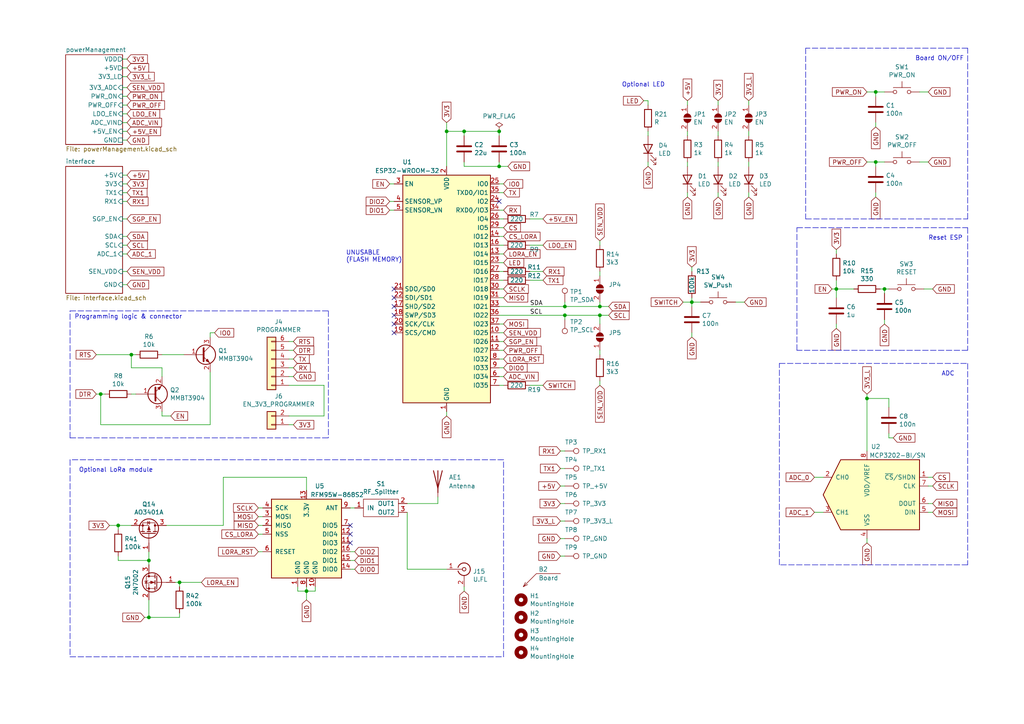
<source format=kicad_sch>
(kicad_sch (version 20211123) (generator eeschema)
  (paper "A4")
  (title_block (title "mainBoard") (date "2022-05-09") (rev "v1.1"))
  (junction (at 163.83 91.44))
  (junction (at 88.9 171.45))
  (junction (at 43.18 179.07))
  (junction (at 144.78 48.26))
  (junction (at 29.21 114.3))
  (junction (at 34.29 152.4))
  (junction (at 173.99 91.44))
  (junction (at 134.62 38.1))
  (junction (at 129.54 38.1))
  (junction (at 144.78 38.1))
  (junction (at 242.57 83.82))
  (junction (at 38.1 102.87))
  (junction (at 43.18 162.56))
  (junction (at 163.83 88.9))
  (junction (at 200.66 87.63))
  (junction (at 254 46.99))
  (junction (at 173.99 88.9))
  (junction (at 256.54 83.82))
  (junction (at 52.07 168.91))
  (junction (at 254 26.67))
  (junction (at 251.46 115.57))
  (no_connect (at 101.6 157.48))
  (no_connect (at 114.3 91.44))
  (no_connect (at 114.3 83.82))
  (no_connect (at 114.3 88.9))
  (no_connect (at 114.3 93.98))
  (no_connect (at 144.78 58.42))
  (no_connect (at 101.6 152.4))
  (no_connect (at 114.3 96.52))
  (no_connect (at 101.6 154.94))
  (no_connect (at 114.3 86.36))
  (polyline (pts (xy 20.32 190.5) (xy 146.05 190.5)))
  (wire (pts (xy 129.54 38.1) (xy 129.54 48.26)))
  (wire (pts (xy 118.11 146.05) (xy 127 146.05)))
  (polyline (pts (xy 226.06 105.41) (xy 280.67 105.41)))
  (wire (pts (xy 200.66 86.36) (xy 200.66 87.63)))
  (wire (pts (xy 36.83 68.58) (xy 35.56 68.58)))
  (wire (pts (xy 199.39 38.1) (xy 199.39 39.37)))
  (wire (pts (xy 34.29 152.4) (xy 38.1 152.4)))
  (wire (pts (xy 64.77 152.4) (xy 64.77 138.43)))
  (wire (pts (xy 270.51 140.97) (xy 269.24 140.97)))
  (wire (pts (xy 88.9 171.45) (xy 88.9 170.18)))
  (wire (pts (xy 144.78 111.76) (xy 146.05 111.76)))
  (wire (pts (xy 41.91 179.07) (xy 43.18 179.07)))
  (wire (pts (xy 60.96 107.95) (xy 60.96 123.19)))
  (wire (pts (xy 134.62 38.1) (xy 144.78 38.1)))
  (wire (pts (xy 257.81 115.57) (xy 257.81 118.11)))
  (wire (pts (xy 144.78 109.22) (xy 146.05 109.22)))
  (wire (pts (xy 187.96 38.1) (xy 187.96 39.37)))
  (wire (pts (xy 251.46 115.57) (xy 257.81 115.57)))
  (wire (pts (xy 83.82 99.06) (xy 85.09 99.06)))
  (wire (pts (xy 242.57 83.82) (xy 242.57 81.28)))
  (wire (pts (xy 217.17 38.1) (xy 217.17 39.37)))
  (wire (pts (xy 36.83 71.12) (xy 35.56 71.12)))
  (wire (pts (xy 217.17 29.21) (xy 217.17 30.48)))
  (wire (pts (xy 146.05 66.04) (xy 144.78 66.04)))
  (wire (pts (xy 39.37 102.87) (xy 38.1 102.87)))
  (wire (pts (xy 46.99 106.68) (xy 46.99 109.22)))
  (wire (pts (xy 270.51 148.59) (xy 269.24 148.59)))
  (wire (pts (xy 29.21 114.3) (xy 30.48 114.3)))
  (wire (pts (xy 173.99 69.85) (xy 173.99 71.12)))
  (wire (pts (xy 251.46 26.67) (xy 254 26.67)))
  (wire (pts (xy 43.18 173.99) (xy 43.18 179.07)))
  (wire (pts (xy 38.1 102.87) (xy 27.94 102.87)))
  (wire (pts (xy 34.29 161.29) (xy 34.29 162.56)))
  (wire (pts (xy 238.76 148.59) (xy 236.22 148.59)))
  (wire (pts (xy 114.3 53.34) (xy 113.03 53.34)))
  (wire (pts (xy 257.81 127) (xy 259.08 127)))
  (wire (pts (xy 36.83 58.42) (xy 35.56 58.42)))
  (wire (pts (xy 163.83 88.9) (xy 163.83 87.63)))
  (wire (pts (xy 163.83 156.21) (xy 162.56 156.21)))
  (wire (pts (xy 254 26.67) (xy 256.54 26.67)))
  (wire (pts (xy 200.66 97.79) (xy 200.66 96.52)))
  (wire (pts (xy 144.78 106.68) (xy 146.05 106.68)))
  (wire (pts (xy 118.11 148.59) (xy 118.11 165.1)))
  (wire (pts (xy 173.99 111.76) (xy 173.99 110.49)))
  (wire (pts (xy 34.29 152.4) (xy 34.29 153.67)))
  (wire (pts (xy 144.78 104.14) (xy 146.05 104.14)))
  (wire (pts (xy 35.56 63.5) (xy 36.83 63.5)))
  (wire (pts (xy 35.56 19.685) (xy 36.83 19.685)))
  (wire (pts (xy 88.9 171.45) (xy 91.44 171.45)))
  (wire (pts (xy 46.99 119.38) (xy 46.99 120.65)))
  (polyline (pts (xy 233.68 13.97) (xy 233.68 63.5)))
  (wire (pts (xy 114.3 60.96) (xy 113.03 60.96)))
  (wire (pts (xy 251.46 46.99) (xy 254 46.99)))
  (wire (pts (xy 144.78 38.1) (xy 144.78 39.37)))
  (wire (pts (xy 254 48.26) (xy 254 46.99)))
  (wire (pts (xy 173.99 91.44) (xy 173.99 93.98)))
  (wire (pts (xy 38.1 114.3) (xy 39.37 114.3)))
  (wire (pts (xy 86.36 170.18) (xy 86.36 171.45)))
  (polyline (pts (xy 280.67 66.04) (xy 280.67 101.6)))
  (polyline (pts (xy 280.67 105.41) (xy 280.67 163.83)))
  (wire (pts (xy 144.78 68.58) (xy 146.05 68.58)))
  (polyline (pts (xy 233.68 63.5) (xy 280.67 63.5)))
  (wire (pts (xy 144.78 91.44) (xy 163.83 91.44)))
  (wire (pts (xy 52.07 168.91) (xy 58.42 168.91)))
  (wire (pts (xy 144.78 63.5) (xy 146.05 63.5)))
  (wire (pts (xy 46.99 120.65) (xy 49.53 120.65)))
  (wire (pts (xy 102.87 162.56) (xy 101.6 162.56)))
  (wire (pts (xy 43.18 162.56) (xy 43.18 163.83)))
  (wire (pts (xy 38.1 102.87) (xy 38.1 106.68)))
  (wire (pts (xy 217.17 55.88) (xy 217.17 57.15)))
  (wire (pts (xy 208.28 29.21) (xy 208.28 30.48)))
  (wire (pts (xy 83.82 109.22) (xy 85.09 109.22)))
  (wire (pts (xy 163.83 130.81) (xy 162.56 130.81)))
  (wire (pts (xy 134.62 46.99) (xy 134.62 48.26)))
  (wire (pts (xy 144.78 99.06) (xy 146.05 99.06)))
  (wire (pts (xy 153.67 71.12) (xy 157.48 71.12)))
  (wire (pts (xy 200.66 87.63) (xy 203.2 87.63)))
  (polyline (pts (xy 280.67 63.5) (xy 280.67 13.97)))
  (wire (pts (xy 35.56 35.56) (xy 36.83 35.56)))
  (wire (pts (xy 254 57.15) (xy 254 55.88)))
  (polyline (pts (xy 226.06 163.83) (xy 226.06 105.41)))
  (wire (pts (xy 29.21 114.3) (xy 27.94 114.3)))
  (wire (pts (xy 91.44 171.45) (xy 91.44 170.18)))
  (wire (pts (xy 146.05 86.36) (xy 144.78 86.36)))
  (wire (pts (xy 187.96 30.48) (xy 187.96 29.21)))
  (wire (pts (xy 199.39 57.15) (xy 199.39 55.88)))
  (polyline (pts (xy 280.67 163.83) (xy 226.06 163.83)))
  (wire (pts (xy 254 46.99) (xy 256.54 46.99)))
  (wire (pts (xy 127 146.05) (xy 127 144.145)))
  (wire (pts (xy 86.36 171.45) (xy 88.9 171.45)))
  (wire (pts (xy 74.93 147.32) (xy 76.2 147.32)))
  (wire (pts (xy 163.83 88.9) (xy 173.99 88.9)))
  (wire (pts (xy 36.83 40.64) (xy 35.56 40.64)))
  (wire (pts (xy 93.98 111.76) (xy 83.82 111.76)))
  (wire (pts (xy 266.7 26.67) (xy 269.24 26.67)))
  (wire (pts (xy 144.78 88.9) (xy 163.83 88.9)))
  (wire (pts (xy 36.83 82.55) (xy 35.56 82.55)))
  (wire (pts (xy 129.54 38.1) (xy 134.62 38.1)))
  (polyline (pts (xy 146.05 133.35) (xy 20.32 133.35)))
  (wire (pts (xy 163.83 91.44) (xy 173.99 91.44)))
  (wire (pts (xy 254 27.94) (xy 254 26.67)))
  (wire (pts (xy 153.67 78.74) (xy 157.48 78.74)))
  (wire (pts (xy 144.78 83.82) (xy 146.05 83.82)))
  (wire (pts (xy 163.83 146.05) (xy 162.56 146.05)))
  (wire (pts (xy 76.2 149.86) (xy 74.93 149.86)))
  (wire (pts (xy 146.05 55.88) (xy 144.78 55.88)))
  (wire (pts (xy 101.6 147.32) (xy 102.87 147.32)))
  (wire (pts (xy 144.78 78.74) (xy 146.05 78.74)))
  (wire (pts (xy 257.81 125.73) (xy 257.81 127)))
  (wire (pts (xy 242.57 83.82) (xy 247.65 83.82)))
  (wire (pts (xy 36.83 53.34) (xy 35.56 53.34)))
  (wire (pts (xy 187.96 48.26) (xy 187.96 46.99)))
  (polyline (pts (xy 231.14 101.6) (xy 231.14 66.04)))
  (wire (pts (xy 242.57 95.25) (xy 242.57 93.98)))
  (wire (pts (xy 144.78 53.34) (xy 146.05 53.34)))
  (wire (pts (xy 144.78 71.12) (xy 146.05 71.12)))
  (wire (pts (xy 101.6 165.1) (xy 102.87 165.1)))
  (wire (pts (xy 60.96 96.52) (xy 62.23 96.52)))
  (wire (pts (xy 144.78 73.66) (xy 146.05 73.66)))
  (wire (pts (xy 144.78 46.99) (xy 144.78 48.26)))
  (polyline (pts (xy 20.32 127) (xy 95.25 127)))
  (wire (pts (xy 35.56 50.8) (xy 36.83 50.8)))
  (polyline (pts (xy 20.32 90.17) (xy 95.25 90.17)))
  (wire (pts (xy 173.99 78.74) (xy 173.99 80.01)))
  (wire (pts (xy 200.66 88.9) (xy 200.66 87.63)))
  (wire (pts (xy 200.66 77.47) (xy 200.66 78.74)))
  (wire (pts (xy 52.07 179.07) (xy 52.07 177.8)))
  (wire (pts (xy 134.62 38.1) (xy 134.62 39.37)))
  (polyline (pts (xy 95.25 90.17) (xy 95.25 127)))
  (wire (pts (xy 93.98 120.65) (xy 93.98 111.76)))
  (wire (pts (xy 34.29 152.4) (xy 31.75 152.4)))
  (wire (pts (xy 34.29 162.56) (xy 43.18 162.56)))
  (wire (pts (xy 36.83 55.88) (xy 35.56 55.88)))
  (wire (pts (xy 163.83 91.44) (xy 163.83 92.71)))
  (wire (pts (xy 269.24 46.99) (xy 266.7 46.99)))
  (wire (pts (xy 251.46 157.48) (xy 251.46 156.21)))
  (wire (pts (xy 255.27 83.82) (xy 256.54 83.82)))
  (wire (pts (xy 38.1 106.68) (xy 46.99 106.68)))
  (wire (pts (xy 256.54 85.09) (xy 256.54 83.82)))
  (wire (pts (xy 50.8 168.91) (xy 52.07 168.91)))
  (wire (pts (xy 74.93 152.4) (xy 76.2 152.4)))
  (polyline (pts (xy 280.67 13.97) (xy 233.68 13.97)))
  (wire (pts (xy 199.39 46.99) (xy 199.39 48.26)))
  (wire (pts (xy 35.56 38.1) (xy 36.83 38.1)))
  (wire (pts (xy 173.99 88.9) (xy 173.99 87.63)))
  (wire (pts (xy 269.24 138.43) (xy 270.51 138.43)))
  (wire (pts (xy 134.62 171.45) (xy 134.62 170.18)))
  (wire (pts (xy 144.78 76.2) (xy 146.05 76.2)))
  (polyline (pts (xy 20.32 133.35) (xy 20.32 190.5)))
  (wire (pts (xy 162.56 161.29) (xy 163.83 161.29)))
  (wire (pts (xy 83.82 120.65) (xy 93.98 120.65)))
  (polyline (pts (xy 146.05 190.5) (xy 146.05 133.35)))
  (wire (pts (xy 162.56 151.13) (xy 163.83 151.13)))
  (polyline (pts (xy 280.67 101.6) (xy 231.14 101.6)))
  (wire (pts (xy 144.78 60.96) (xy 146.05 60.96)))
  (wire (pts (xy 48.26 152.4) (xy 64.77 152.4)))
  (wire (pts (xy 199.39 29.21) (xy 199.39 30.48)))
  (wire (pts (xy 76.2 160.02) (xy 74.93 160.02)))
  (wire (pts (xy 162.56 140.97) (xy 163.83 140.97)))
  (wire (pts (xy 43.18 160.02) (xy 43.18 162.56)))
  (wire (pts (xy 29.21 123.19) (xy 29.21 114.3)))
  (wire (pts (xy 88.9 138.43) (xy 88.9 142.24)))
  (wire (pts (xy 153.67 81.28) (xy 157.48 81.28)))
  (wire (pts (xy 208.28 38.1) (xy 208.28 39.37)))
  (wire (pts (xy 173.99 91.44) (xy 176.53 91.44)))
  (wire (pts (xy 129.54 35.56) (xy 129.54 38.1)))
  (wire (pts (xy 52.07 168.91) (xy 52.07 170.18)))
  (wire (pts (xy 46.99 102.87) (xy 53.34 102.87)))
  (wire (pts (xy 269.24 146.05) (xy 270.51 146.05)))
  (wire (pts (xy 129.54 120.65) (xy 129.54 119.38)))
  (wire (pts (xy 153.67 63.5) (xy 157.48 63.5)))
  (wire (pts (xy 238.76 138.43) (xy 236.22 138.43)))
  (polyline (pts (xy 231.14 66.04) (xy 280.67 66.04)))
  (wire (pts (xy 101.6 160.02) (xy 102.87 160.02)))
  (wire (pts (xy 198.12 87.63) (xy 200.66 87.63)))
  (wire (pts (xy 187.96 29.21) (xy 186.69 29.21)))
  (wire (pts (xy 270.51 83.82) (xy 267.97 83.82)))
  (wire (pts (xy 144.78 96.52) (xy 146.05 96.52)))
  (wire (pts (xy 36.83 27.94) (xy 35.56 27.94)))
  (wire (pts (xy 163.83 135.89) (xy 162.56 135.89)))
  (wire (pts (xy 242.57 72.39) (xy 242.57 73.66)))
  (wire (pts (xy 60.96 97.79) (xy 60.96 96.52)))
  (wire (pts (xy 173.99 88.9) (xy 176.53 88.9)))
  (wire (pts (xy 144.78 93.98) (xy 146.05 93.98)))
  (wire (pts (xy 134.62 48.26) (xy 144.78 48.26)))
  (wire (pts (xy 36.83 73.66) (xy 35.56 73.66)))
  (wire (pts (xy 35.56 30.48) (xy 36.83 30.48)))
  (wire (pts (xy 83.82 123.19) (xy 85.09 123.19)))
  (wire (pts (xy 36.83 33.02) (xy 35.56 33.02)))
  (wire (pts (xy 118.11 165.1) (xy 129.54 165.1)))
  (wire (pts (xy 254 36.83) (xy 254 35.56)))
  (wire (pts (xy 35.56 22.225) (xy 36.83 22.225)))
  (wire (pts (xy 35.56 25.4) (xy 36.83 25.4)))
  (wire (pts (xy 208.28 46.99) (xy 208.28 48.26)))
  (wire (pts (xy 241.3 83.82) (xy 242.57 83.82)))
  (wire (pts (xy 242.57 86.36) (xy 242.57 83.82)))
  (wire (pts (xy 43.18 179.07) (xy 52.07 179.07)))
  (wire (pts (xy 256.54 83.82) (xy 257.81 83.82)))
  (wire (pts (xy 256.54 93.98) (xy 256.54 92.71)))
  (wire (pts (xy 144.78 81.28) (xy 146.05 81.28)))
  (wire (pts (xy 144.78 48.26) (xy 147.32 48.26)))
  (wire (pts (xy 173.99 101.6) (xy 173.99 102.87)))
  (wire (pts (xy 251.46 115.57) (xy 251.46 130.81)))
  (wire (pts (xy 88.9 173.99) (xy 88.9 171.45)))
  (wire (pts (xy 83.82 106.68) (xy 85.09 106.68)))
  (wire (pts (xy 217.17 46.99) (xy 217.17 48.26)))
  (wire (pts (xy 35.56 17.145) (xy 36.83 17.145)))
  (wire (pts (xy 83.82 101.6) (xy 85.09 101.6)))
  (wire (pts (xy 153.67 111.76) (xy 157.48 111.76)))
  (wire (pts (xy 144.78 101.6) (xy 146.05 101.6)))
  (wire (pts (xy 60.96 123.19) (xy 29.21 123.19)))
  (wire (pts (xy 83.82 104.14) (xy 85.09 104.14)))
  (wire (pts (xy 213.36 87.63) (xy 215.9 87.63)))
  (wire (pts (xy 64.77 138.43) (xy 88.9 138.43)))
  (wire (pts (xy 76.2 154.94) (xy 74.93 154.94)))
  (wire (pts (xy 251.46 114.3) (xy 251.46 115.57)))
  (wire (pts (xy 208.28 55.88) (xy 208.28 57.15)))
  (wire (pts (xy 36.83 78.74) (xy 35.56 78.74)))
  (wire (pts (xy 113.03 58.42) (xy 114.3 58.42)))
  (polyline (pts (xy 20.32 127) (xy 20.32 90.17)))
  (text "ADC" (at 273.05 109.22 0) (effects (font (size 1.27 1.27)) (justify left bottom)))
  (text "Programming logic & connector" (at 21.59 92.71 0) (effects (font (size 1.27 1.27)) (justify left bottom)))
  (text "Reset ESP" (at 269.24 69.85 0) (effects (font (size 1.27 1.27)) (justify left bottom)))
  (text "Optional LoRa module" (at 22.86 137.16 0) (effects (font (size 1.27 1.27)) (justify left bottom)))
  (text "UNUSABLE\n(FLASH MEMORY)" (at 100.33 76.2 0) (effects (font (size 1.27 1.27)) (justify left bottom)))
  (text "Board ON/OFF" (at 265.43 17.78 0) (effects (font (size 1.27 1.27)) (justify left bottom)))
  (text "Optional LED" (at 180.34 25.4 0) (effects (font (size 1.27 1.27)) (justify left bottom)))
  (label "SCL" (at 153.67 91.44 0))
  (label "SDA" (at 153.67 88.9 0))
  (global_label "+5V_EN" (shape input) (at 157.48 63.5 0) (property "Intersheet References" "${INTERSHEET_REFS}" (effects hide)))
  (global_label "SCLK" (shape input) (at 146.05 83.82 0) (property "Intersheet References" "${INTERSHEET_REFS}" (effects hide)))
  (global_label "+5V" (shape input) (at 162.56 140.97 180) (property "Intersheet References" "${INTERSHEET_REFS}" (effects hide)))
  (global_label "3V3_L" (shape input) (at 162.56 151.13 180) (property "Intersheet References" "${INTERSHEET_REFS}" (effects hide)))
  (global_label "GND" (shape input) (at 134.62 171.45 270) (property "Intersheet References" "${INTERSHEET_REFS}" (effects hide)))
  (global_label "SEN_VDD" (shape input) (at 173.99 111.76 270) (property "Intersheet References" "${INTERSHEET_REFS}" (effects hide)))
  (global_label "GND" (shape input) (at 256.54 93.98 270) (property "Intersheet References" "${INTERSHEET_REFS}" (effects hide)))
  (global_label "GND" (shape input) (at 269.24 46.99 0) (property "Intersheet References" "${INTERSHEET_REFS}" (effects hide)))
  (global_label "GND" (shape input) (at 147.32 48.26 0) (property "Intersheet References" "${INTERSHEET_REFS}" (effects hide)))
  (global_label "GND" (shape input) (at 162.56 156.21 180) (property "Intersheet References" "${INTERSHEET_REFS}" (effects hide)))
  (global_label "MISO" (shape input) (at 146.05 86.36 0) (property "Intersheet References" "${INTERSHEET_REFS}" (effects hide)))
  (global_label "GND" (shape input) (at 162.56 161.29 180) (property "Intersheet References" "${INTERSHEET_REFS}" (effects hide)))
  (global_label "GND" (shape input) (at 88.9 173.99 270) (property "Intersheet References" "${INTERSHEET_REFS}" (effects hide)))
  (global_label "+5V" (shape input) (at 36.83 50.8 0) (property "Intersheet References" "${INTERSHEET_REFS}" (effects hide)))
  (global_label "3V3_L" (shape input) (at 36.83 22.225 0) (property "Intersheet References" "${INTERSHEET_REFS}" (effects hide)))
  (global_label "SCLK" (shape input) (at 74.93 147.32 180) (property "Intersheet References" "${INTERSHEET_REFS}" (effects hide)))
  (global_label "3V3_L" (shape input) (at 251.46 114.3 90) (property "Intersheet References" "${INTERSHEET_REFS}" (effects hide)))
  (global_label "TX1" (shape input) (at 157.48 81.28 0) (property "Intersheet References" "${INTERSHEET_REFS}" (effects hide)))
  (global_label "ADC_VIN" (shape input) (at 36.83 35.56 0) (property "Intersheet References" "${INTERSHEET_REFS}" (effects hide)))
  (global_label "LED" (shape input) (at 146.05 76.2 0) (property "Intersheet References" "${INTERSHEET_REFS}" (effects hide)))
  (global_label "GND" (shape input) (at 129.54 120.65 270) (property "Intersheet References" "${INTERSHEET_REFS}" (effects hide)))
  (global_label "GND" (shape input) (at 251.46 157.48 270) (property "Intersheet References" "${INTERSHEET_REFS}" (effects hide)))
  (global_label "DIO1" (shape input) (at 102.87 162.56 0) (property "Intersheet References" "${INTERSHEET_REFS}" (effects hide)))
  (global_label "ADC_1" (shape input) (at 36.83 73.66 0) (property "Intersheet References" "${INTERSHEET_REFS}" (effects hide)))
  (global_label "GND" (shape input) (at 217.17 57.15 270) (property "Intersheet References" "${INTERSHEET_REFS}" (effects hide)))
  (global_label "DIO2" (shape input) (at 102.87 160.02 0) (property "Intersheet References" "${INTERSHEET_REFS}" (effects hide)))
  (global_label "GND" (shape input) (at 41.91 179.07 180) (property "Intersheet References" "${INTERSHEET_REFS}" (effects hide)))
  (global_label "PWR_OFF" (shape input) (at 36.83 30.48 0) (property "Intersheet References" "${INTERSHEET_REFS}" (effects hide)))
  (global_label "ADC_VIN" (shape input) (at 146.05 109.22 0) (property "Intersheet References" "${INTERSHEET_REFS}" (effects hide)))
  (global_label "CS_LORA" (shape input) (at 146.05 68.58 0) (property "Intersheet References" "${INTERSHEET_REFS}" (effects hide)))
  (global_label "TX" (shape input) (at 146.05 55.88 0) (property "Intersheet References" "${INTERSHEET_REFS}" (effects hide)))
  (global_label "SEN_VDD" (shape input) (at 146.05 96.52 0) (property "Intersheet References" "${INTERSHEET_REFS}" (effects hide)))
  (global_label "MISO" (shape input) (at 270.51 146.05 0) (property "Intersheet References" "${INTERSHEET_REFS}" (effects hide)))
  (global_label "3V3" (shape input) (at 162.56 146.05 180) (property "Intersheet References" "${INTERSHEET_REFS}" (effects hide)))
  (global_label "DIO0" (shape input) (at 102.87 165.1 0) (property "Intersheet References" "${INTERSHEET_REFS}" (effects hide)))
  (global_label "SEN_VDD" (shape input) (at 173.99 69.85 90) (property "Intersheet References" "${INTERSHEET_REFS}" (effects hide)))
  (global_label "3V3" (shape input) (at 85.09 123.19 0) (property "Intersheet References" "${INTERSHEET_REFS}" (effects hide)))
  (global_label "LDO_EN" (shape input) (at 157.48 71.12 0) (property "Intersheet References" "${INTERSHEET_REFS}" (effects hide)))
  (global_label "TX" (shape input) (at 85.09 104.14 0) (property "Intersheet References" "${INTERSHEET_REFS}" (effects hide)))
  (global_label "GND" (shape input) (at 254 36.83 270) (property "Intersheet References" "${INTERSHEET_REFS}" (effects hide)))
  (global_label "GND" (shape input) (at 85.09 109.22 0) (property "Intersheet References" "${INTERSHEET_REFS}" (effects hide)))
  (global_label "+5V" (shape input) (at 36.83 19.685 0) (property "Intersheet References" "${INTERSHEET_REFS}" (effects hide)))
  (global_label "TX1" (shape input) (at 36.83 55.88 0) (property "Intersheet References" "${INTERSHEET_REFS}" (effects hide)))
  (global_label "DIO2" (shape input) (at 113.03 58.42 180) (property "Intersheet References" "${INTERSHEET_REFS}" (effects hide)))
  (global_label "RTS" (shape input) (at 85.09 99.06 0) (property "Intersheet References" "${INTERSHEET_REFS}" (effects hide)))
  (global_label "SWITCH" (shape input) (at 198.12 87.63 180) (property "Intersheet References" "${INTERSHEET_REFS}" (effects hide)))
  (global_label "TX1" (shape input) (at 162.56 135.89 180) (property "Intersheet References" "${INTERSHEET_REFS}" (effects hide)))
  (global_label "3V3" (shape input) (at 208.28 29.21 90) (property "Intersheet References" "${INTERSHEET_REFS}" (effects hide)))
  (global_label "IO0" (shape input) (at 62.23 96.52 0) (property "Intersheet References" "${INTERSHEET_REFS}" (effects hide)))
  (global_label "CS_LORA" (shape input) (at 74.93 154.94 180) (property "Intersheet References" "${INTERSHEET_REFS}" (effects hide)))
  (global_label "MISO" (shape input) (at 74.93 152.4 180) (property "Intersheet References" "${INTERSHEET_REFS}" (effects hide)))
  (global_label "LED" (shape input) (at 186.69 29.21 180) (property "Intersheet References" "${INTERSHEET_REFS}" (effects hide)))
  (global_label "GND" (shape input) (at 259.08 127 0) (property "Intersheet References" "${INTERSHEET_REFS}" (effects hide)))
  (global_label "GND" (shape input) (at 208.28 57.15 270) (property "Intersheet References" "${INTERSHEET_REFS}" (effects hide)))
  (global_label "IO0" (shape input) (at 146.05 53.34 0) (property "Intersheet References" "${INTERSHEET_REFS}" (effects hide)))
  (global_label "LORA_EN" (shape input) (at 58.42 168.91 0) (property "Intersheet References" "${INTERSHEET_REFS}" (effects hide)))
  (global_label "PWR_OFF" (shape input) (at 251.46 46.99 180) (property "Intersheet References" "${INTERSHEET_REFS}" (effects hide)))
  (global_label "DIO0" (shape input) (at 146.05 106.68 0) (property "Intersheet References" "${INTERSHEET_REFS}" (effects hide)))
  (global_label "PWR_ON" (shape input) (at 36.83 27.94 0) (property "Intersheet References" "${INTERSHEET_REFS}" (effects hide)))
  (global_label "LDO_EN" (shape input) (at 36.83 33.02 0) (property "Intersheet References" "${INTERSHEET_REFS}" (effects hide)))
  (global_label "3V3" (shape input) (at 31.75 152.4 180) (property "Intersheet References" "${INTERSHEET_REFS}" (effects hide)))
  (global_label "+5V" (shape input) (at 199.39 29.21 90) (property "Intersheet References" "${INTERSHEET_REFS}" (effects hide)))
  (global_label "LORA_RST" (shape input) (at 146.05 104.14 0) (property "Intersheet References" "${INTERSHEET_REFS}" (effects hide)))
  (global_label "GND" (shape input) (at 200.66 97.79 270) (property "Intersheet References" "${INTERSHEET_REFS}" (effects hide)))
  (global_label "SEN_VDD" (shape input) (at 36.83 78.74 0) (property "Intersheet References" "${INTERSHEET_REFS}" (effects hide)))
  (global_label "SGP_EN" (shape input) (at 36.83 63.5 0) (property "Intersheet References" "${INTERSHEET_REFS}" (effects hide)))
  (global_label "SDA" (shape input) (at 36.83 68.58 0) (property "Intersheet References" "${INTERSHEET_REFS}" (effects hide)))
  (global_label "3V3" (shape input) (at 36.83 53.34 0) (property "Intersheet References" "${INTERSHEET_REFS}" (effects hide)))
  (global_label "RX1" (shape input) (at 162.56 130.81 180) (property "Intersheet References" "${INTERSHEET_REFS}" (effects hide)))
  (global_label "SWITCH" (shape input) (at 157.48 111.76 0) (property "Intersheet References" "${INTERSHEET_REFS}" (effects hide)))
  (global_label "EN" (shape input) (at 113.03 53.34 180) (property "Intersheet References" "${INTERSHEET_REFS}" (effects hide)))
  (global_label "DIO1" (shape input) (at 113.03 60.96 180) (property "Intersheet References" "${INTERSHEET_REFS}" (effects hide)))
  (global_label "LORA_EN" (shape input) (at 146.05 73.66 0) (property "Intersheet References" "${INTERSHEET_REFS}" (effects hide)))
  (global_label "SCL" (shape input) (at 176.53 91.44 0) (property "Intersheet References" "${INTERSHEET_REFS}" (effects hide)))
  (global_label "RX1" (shape input) (at 36.83 58.42 0) (property "Intersheet References" "${INTERSHEET_REFS}" (effects hide)))
  (global_label "SCLK" (shape input) (at 270.51 140.97 0) (property "Intersheet References" "${INTERSHEET_REFS}" (effects hide)))
  (global_label "MOSI" (shape input) (at 146.05 93.98 0) (property "Intersheet References" "${INTERSHEET_REFS}" (effects hide)))
  (global_label "DTR" (shape input) (at 85.09 101.6 0) (property "Intersheet References" "${INTERSHEET_REFS}" (effects hide)))
  (global_label "GND" (shape input) (at 254 57.15 270) (property "Intersheet References" "${INTERSHEET_REFS}" (effects hide)))
  (global_label "GND" (shape input) (at 36.83 40.64 0) (property "Intersheet References" "${INTERSHEET_REFS}" (effects hide)))
  (global_label "SEN_VDD" (shape input) (at 36.83 25.4 0) (property "Intersheet References" "${INTERSHEET_REFS}" (effects hide)))
  (global_label "3V3" (shape input) (at 36.83 17.145 0) (property "Intersheet References" "${INTERSHEET_REFS}" (effects hide)))
  (global_label "3V3" (shape input) (at 129.54 35.56 90) (property "Intersheet References" "${INTERSHEET_REFS}" (effects hide)))
  (global_label "CS" (shape input) (at 270.51 138.43 0) (property "Intersheet References" "${INTERSHEET_REFS}" (effects hide)))
  (global_label "+5V_EN" (shape input) (at 36.83 38.1 0) (property "Intersheet References" "${INTERSHEET_REFS}" (effects hide)))
  (global_label "GND" (shape input) (at 270.51 83.82 0) (property "Intersheet References" "${INTERSHEET_REFS}" (effects hide)))
  (global_label "RTS" (shape input) (at 27.94 102.87 180) (property "Intersheet References" "${INTERSHEET_REFS}" (effects hide)))
  (global_label "SGP_EN" (shape input) (at 146.05 99.06 0) (property "Intersheet References" "${INTERSHEET_REFS}" (effects hide)))
  (global_label "GND" (shape input) (at 187.96 48.26 270) (property "Intersheet References" "${INTERSHEET_REFS}" (effects hide)))
  (global_label "3V3" (shape input) (at 242.57 72.39 90) (property "Intersheet References" "${INTERSHEET_REFS}" (effects hide)))
  (global_label "GND" (shape input) (at 269.24 26.67 0) (property "Intersheet References" "${INTERSHEET_REFS}" (effects hide)))
  (global_label "PWR_ON" (shape input) (at 251.46 26.67 180) (property "Intersheet References" "${INTERSHEET_REFS}" (effects hide)))
  (global_label "CS" (shape input) (at 146.05 66.04 0) (property "Intersheet References" "${INTERSHEET_REFS}" (effects hide)))
  (global_label "EN" (shape input) (at 241.3 83.82 180) (property "Intersheet References" "${INTERSHEET_REFS}" (effects hide)))
  (global_label "ADC_1" (shape input) (at 236.22 148.59 180) (property "Intersheet References" "${INTERSHEET_REFS}" (effects hide)))
  (global_label "GND" (shape input) (at 242.57 95.25 270) (property "Intersheet References" "${INTERSHEET_REFS}" (effects hide)))
  (global_label "RX" (shape input) (at 85.09 106.68 0) (property "Intersheet References" "${INTERSHEET_REFS}" (effects hide)))
  (global_label "ADC_0" (shape input) (at 236.22 138.43 180) (property "Intersheet References" "${INTERSHEET_REFS}" (effects hide)))
  (global_label "GND" (shape input) (at 215.9 87.63 0) (property "Intersheet References" "${INTERSHEET_REFS}" (effects hide)))
  (global_label "GND" (shape input) (at 199.39 57.15 270) (property "Intersheet References" "${INTERSHEET_REFS}" (effects hide)))
  (global_label "EN" (shape input) (at 49.53 120.65 0) (property "Intersheet References" "${INTERSHEET_REFS}" (effects hide)))
  (global_label "SDA" (shape input) (at 176.53 88.9 0) (property "Intersheet References" "${INTERSHEET_REFS}" (effects hide)))
  (global_label "GND" (shape input) (at 36.83 82.55 0) (property "Intersheet References" "${INTERSHEET_REFS}" (effects hide)))
  (global_label "3V3_L" (shape input) (at 217.17 29.21 90) (property "Intersheet References" "${INTERSHEET_REFS}" (effects hide)))
  (global_label "3V3" (shape input) (at 200.66 77.47 90) (property "Intersheet References" "${INTERSHEET_REFS}" (effects hide)))
  (global_label "PWR_OFF" (shape input) (at 146.05 101.6 0) (property "Intersheet References" "${INTERSHEET_REFS}" (effects hide)))
  (global_label "RX" (shape input) (at 146.05 60.96 0) (property "Intersheet References" "${INTERSHEET_REFS}" (effects hide)))
  (global_label "DTR" (shape input) (at 27.94 114.3 180) (property "Intersheet References" "${INTERSHEET_REFS}" (effects hide)))
  (global_label "MOSI" (shape input) (at 270.51 148.59 0) (property "Intersheet References" "${INTERSHEET_REFS}" (effects hide)))
  (global_label "RX1" (shape input) (at 157.48 78.74 0) (property "Intersheet References" "${INTERSHEET_REFS}" (effects hide)))
  (global_label "SCL" (shape input) (at 36.83 71.12 0) (property "Intersheet References" "${INTERSHEET_REFS}" (effects hide)))
  (global_label "LORA_RST" (shape input) (at 74.93 160.02 180) (property "Intersheet References" "${INTERSHEET_REFS}" (effects hide)))
  (global_label "MOSI" (shape input) (at 74.93 149.86 180) (property "Intersheet References" "${INTERSHEET_REFS}" (effects hide)))
  (symbol (lib_id "Device:C") (at 134.62 43.18 0) (unit 1)
    (property "Reference" "C2" (at 137.541 42.0116 0) (effects (justify left)))
    (property "Value" "22u" (at 137.541 44.323 0) (effects (justify left)))
    (property "Footprint" "Capacitor_SMD:C_0805_2012Metric" (effects hide))
    (property "LCSC" "C45783" (effects hide))
  )
  (symbol (lib_id "Switch:SW_Push") (at 261.62 26.67 0) (unit 1)
    (property "Reference" "SW1" (at 261.62 19.431 0))
    (property "Value" "PWR_ON" (at 261.62 21.7424 0))
    (property "Footprint" "Button_Switch_THT:SW_PUSH_6mm" (effects hide))
  )
  (symbol (lib_id "Switch:SW_Push") (at 261.62 46.99 0) (unit 1)
    (property "Reference" "SW2" (at 261.62 39.751 0))
    (property "Value" "PWR_OFF" (at 261.62 42.0624 0))
    (property "Footprint" "Button_Switch_THT:SW_PUSH_6mm" (effects hide))
  )
  (symbol (lib_id "Device:C") (at 254 31.75 0) (unit 1)
    (property "Reference" "C1" (at 256.921 30.5816 0) (effects (justify left)))
    (property "Value" "100n" (at 256.921 32.893 0) (effects (justify left)))
    (property "Footprint" "Capacitor_SMD:C_0603_1608Metric" (effects hide))
    (property "LCSC" "C1525" (effects hide))
  )
  (symbol (lib_id "Device:C") (at 254 52.07 0) (unit 1)
    (property "Reference" "C4" (at 256.921 50.9016 0) (effects (justify left)))
    (property "Value" "100n" (at 256.921 53.213 0) (effects (justify left)))
    (property "Footprint" "Capacitor_SMD:C_0603_1608Metric" (effects hide))
    (property "LCSC" "C1525" (effects hide))
  )
  (symbol (lib_id "Analog_ADC:MCP3202") (at 251.46 143.51 0) (unit 1)
    (property "Reference" "U2" (at 254 129.54 0))
    (property "Value" "MCP3202-BI/SN" (at 260.35 132.08 0))
    (property "Footprint" "Package_SO:SOIC-8_3.9x4.9mm_P1.27mm" (effects hide))
    (property "Datasheet" "http://ww1.microchip.com/downloads/en/DeviceDoc/21034D.pdf" (effects hide))
  )
  (symbol (lib_id "Device:R") (at 173.99 74.93 0) (unit 1)
    (property "Reference" "R14" (at 175.768 73.7616 0) (effects (justify left)))
    (property "Value" "3k3" (at 175.768 76.073 0) (effects (justify left)))
    (property "Footprint" "Resistor_SMD:R_0805_2012Metric" (effects hide))
    (property "LCSC" "C25890" (effects hide))
  )
  (symbol (lib_id "RF_Module:ESP32-WROOM-32") (at 129.54 83.82 0) (unit 1)
    (property "Reference" "U1" (at 118.11 46.99 0))
    (property "Value" "ESP32-WROOM-32" (at 118.11 49.53 0))
    (property "Footprint" "RF_Module:ESP32-WROOM-32" (effects hide))
    (property "Datasheet" "https://www.espressif.com/sites/default/files/documentation/esp32-wroom-32_datasheet_en.pdf" (effects hide))
    (property "LCSC" "C82899" (effects hide))
    (property "JLCPCB_CORRECTIONS" "0;0;270" (effects hide))
  )
  (symbol (lib_id "Device:R") (at 173.99 106.68 0) (unit 1)
    (property "Reference" "R16" (at 175.768 105.5116 0) (effects (justify left)))
    (property "Value" "3k3" (at 175.768 107.823 0) (effects (justify left)))
    (property "Footprint" "Resistor_SMD:R_0805_2012Metric" (effects hide))
    (property "LCSC" "C25890" (effects hide))
  )
  (symbol (lib_id "Connector:TestPoint") (at 163.83 87.63 0) (unit 1)
    (property "Reference" "TP1" (at 165.3032 84.6328 0) (effects (justify left)))
    (property "Value" "TP_SDA" (at 165.3032 86.9442 0) (effects (justify left)))
    (property "Footprint" "TestPoint:TestPoint_Pad_D1.5mm" (effects hide))
  )
  (symbol (lib_id "Connector:TestPoint") (at 163.83 92.71 180) (unit 1)
    (property "Reference" "TP2" (at 165.3032 93.3704 0) (effects (justify right)))
    (property "Value" "TP_SCL" (at 165.3032 95.6818 0) (effects (justify right)))
    (property "Footprint" "TestPoint:TestPoint_Pad_D1.5mm" (effects hide))
  )
  (symbol (lib_id "Device:C") (at 144.78 43.18 0) (unit 1)
    (property "Reference" "C3" (at 147.701 42.0116 0) (effects (justify left)))
    (property "Value" "100n" (at 147.701 44.323 0) (effects (justify left)))
    (property "Footprint" "Capacitor_SMD:C_0603_1608Metric" (effects hide))
    (property "LCSC" "C1525" (effects hide))
  )
  (symbol (lib_id "Switch:SW_Push") (at 262.89 83.82 0) (unit 1)
    (property "Reference" "SW3" (at 262.89 76.581 0))
    (property "Value" "RESET" (at 262.89 78.8924 0))
    (property "Footprint" "Button_Switch_THT:SW_PUSH_6mm" (effects hide))
  )
  (symbol (lib_id "Device:R") (at 251.46 83.82 270) (unit 1)
    (property "Reference" "R15" (at 251.46 78.5622 90))
    (property "Value" "330" (at 251.46 80.8736 90))
    (property "Footprint" "Resistor_SMD:R_0805_2012Metric" (effects hide))
    (property "LCSC" "C25104" (effects hide))
  )
  (symbol (lib_id "Device:C") (at 256.54 88.9 0) (unit 1)
    (property "Reference" "C5" (at 259.461 87.7316 0) (effects (justify left)))
    (property "Value" "100n" (at 259.461 90.043 0) (effects (justify left)))
    (property "Footprint" "Capacitor_SMD:C_0603_1608Metric" (effects hide))
    (property "LCSC" "C1525" (effects hide))
  )
  (symbol (lib_id "Device:C") (at 242.57 90.17 0) (unit 1)
    (property "Reference" "C6" (at 245.491 89.0016 0) (effects (justify left)))
    (property "Value" "1u" (at 245.491 91.313 0) (effects (justify left)))
    (property "Footprint" "Capacitor_SMD:C_0805_2012Metric" (effects hide))
    (property "LCSC" "C52923" (effects hide))
  )
  (symbol (lib_id "Device:R") (at 242.57 77.47 0) (unit 1)
    (property "Reference" "R10" (at 244.348 76.3016 0) (effects (justify left)))
    (property "Value" "10k" (at 244.348 78.613 0) (effects (justify left)))
    (property "Footprint" "Resistor_SMD:R_0805_2012Metric" (effects hide))
    (property "LCSC" "C25744" (effects hide))
  )
  (symbol (lib_id "Connector:TestPoint") (at 163.83 130.81 270) (unit 1)
    (property "Reference" "TP3" (at 163.83 128.27 90) (effects (justify left)))
    (property "Value" "TP_RX1" (at 168.91 130.81 90) (effects (justify left)))
    (property "Footprint" "TestPoint:TestPoint_Pad_D1.5mm" (effects hide))
  )
  (symbol (lib_id "Connector:TestPoint") (at 163.83 135.89 270) (unit 1)
    (property "Reference" "TP4" (at 163.83 133.35 90) (effects (justify left)))
    (property "Value" "TP_TX1" (at 168.91 135.89 90) (effects (justify left)))
    (property "Footprint" "TestPoint:TestPoint_Pad_D1.5mm" (effects hide))
  )
  (symbol (lib_id "Connector:TestPoint") (at 163.83 140.97 270) (unit 1)
    (property "Reference" "TP5" (at 163.83 138.43 90) (effects (justify left)))
    (property "Value" "TP_+5V" (at 168.91 140.97 90) (effects (justify left)))
    (property "Footprint" "TestPoint:TestPoint_Pad_D1.5mm" (effects hide))
  )
  (symbol (lib_id "Connector:TestPoint") (at 163.83 146.05 270) (unit 1)
    (property "Reference" "TP6" (at 163.83 143.51 90) (effects (justify left)))
    (property "Value" "TP_3V3" (at 168.91 146.05 90) (effects (justify left)))
    (property "Footprint" "TestPoint:TestPoint_Pad_D1.5mm" (effects hide))
  )
  (symbol (lib_id "Connector:TestPoint") (at 163.83 151.13 270) (unit 1)
    (property "Reference" "TP7" (at 163.83 148.59 90) (effects (justify left)))
    (property "Value" "TP_3V3_L" (at 168.91 151.13 90) (effects (justify left)))
    (property "Footprint" "TestPoint:TestPoint_Pad_D1.5mm" (effects hide))
  )
  (symbol (lib_id "Device:R") (at 149.86 63.5 270) (unit 1)
    (property "Reference" "R7" (at 154.94 62.23 90))
    (property "Value" "220" (at 149.86 63.5 90))
    (property "Footprint" "Resistor_SMD:R_0805_2012Metric" (effects hide))
    (property "LCSC" "C25091" (effects hide))
  )
  (symbol (lib_id "Device:R") (at 149.86 81.28 270) (unit 1)
    (property "Reference" "R12" (at 154.94 80.01 90))
    (property "Value" "220" (at 149.86 81.28 90))
    (property "Footprint" "Resistor_SMD:R_0805_2012Metric" (effects hide))
    (property "LCSC" "C25091" (effects hide))
  )
  (symbol (lib_id "Device:R") (at 149.86 78.74 270) (unit 1)
    (property "Reference" "R11" (at 154.94 77.47 90))
    (property "Value" "220" (at 149.86 78.74 90))
    (property "Footprint" "Resistor_SMD:R_0805_2012Metric" (effects hide))
    (property "LCSC" "C25091" (effects hide))
  )
  (symbol (lib_id "Device:C") (at 257.81 121.92 0) (unit 1)
    (property "Reference" "C8" (at 260.731 120.7516 0) (effects (justify left)))
    (property "Value" "100n" (at 260.731 123.063 0) (effects (justify left)))
    (property "Footprint" "Capacitor_SMD:C_0603_1608Metric" (effects hide))
    (property "LCSC" "C1525" (effects hide))
  )
  (symbol (lib_id "Connector:TestPoint") (at 163.83 156.21 270) (unit 1)
    (property "Reference" "TP8" (at 163.83 153.67 90) (effects (justify left)))
    (property "Value" "TP_GND" (at 168.91 156.21 90) (effects (justify left)))
    (property "Footprint" "TestPoint:TestPoint_Pad_D1.5mm" (effects hide))
  )
  (symbol (lib_id "Connector:TestPoint") (at 163.83 161.29 270) (unit 1)
    (property "Reference" "TP9" (at 163.83 158.75 90) (effects (justify left)))
    (property "Value" "TP_GND" (at 168.91 161.29 90) (effects (justify left)))
    (property "Footprint" "TestPoint:TestPoint_Pad_D1.5mm" (effects hide))
  )
  (symbol (lib_id "power:PWR_FLAG") (at 144.78 38.1 0) (unit 1)
    (property "Reference" "#FLG0101" (effects hide))
    (property "Value" "PWR_FLAG" (at 144.78 33.7058 0))
  )
  (symbol (lib_id "Device:R") (at 149.86 71.12 270) (unit 1)
    (property "Reference" "R9" (at 154.94 72.39 90))
    (property "Value" "220" (at 149.86 71.12 90))
    (property "Footprint" "Resistor_SMD:R_0805_2012Metric" (effects hide))
    (property "LCSC" "C25091" (effects hide))
  )
  (symbol (lib_id "Connector:Conn_Coaxial") (at 134.62 165.1 0) (unit 1)
    (property "Reference" "J15" (at 137.16 165.735 0) (effects (justify left)))
    (property "Value" "U.FL" (at 137.16 168.0464 0) (effects (justify left)))
    (property "Footprint" "Connector_Coaxial:U.FL_Hirose_U.FL-R-SMT-1_Vertical" (effects hide))
    (property "Datasheet" "https://www.tme.eu/cz/details/u.fl-r-smt-1-80_c/mikrokonektory/hirose/u-fl-r-smt-1-80/" (effects hide))
  )
  (symbol (lib_id "Device:LED") (at 199.39 52.07 90) (unit 1)
    (property "Reference" "D1" (at 202.3872 51.0794 90) (effects (justify right)))
    (property "Value" "LED" (at 202.3872 53.3908 90) (effects (justify right)))
    (property "Footprint" "LED_SMD:LED_0805_2012Metric_Pad1.15x1.40mm_HandSolder" (effects hide))
  )
  (symbol (lib_id "Device:LED") (at 208.28 52.07 90) (unit 1)
    (property "Reference" "D2" (at 211.2772 51.0794 90) (effects (justify right)))
    (property "Value" "LED" (at 211.2772 53.3908 90) (effects (justify right)))
    (property "Footprint" "LED_SMD:LED_0805_2012Metric_Pad1.15x1.40mm_HandSolder" (effects hide))
  )
  (symbol (lib_id "Device:LED") (at 217.17 52.07 90) (unit 1)
    (property "Reference" "D3" (at 220.1672 51.0794 90) (effects (justify right)))
    (property "Value" "LED" (at 220.1672 53.3908 90) (effects (justify right)))
    (property "Footprint" "LED_SMD:LED_0805_2012Metric_Pad1.15x1.40mm_HandSolder" (effects hide))
  )
  (symbol (lib_id "Device:R") (at 199.39 43.18 0) (unit 1)
    (property "Reference" "R3" (at 201.168 42.0116 0) (effects (justify left)))
    (property "Value" "1k" (at 201.168 44.323 0) (effects (justify left)))
    (property "Footprint" "Resistor_SMD:R_0805_2012Metric" (effects hide))
    (property "LCSC" "C11702" (effects hide))
  )
  (symbol (lib_id "Device:R") (at 208.28 43.18 0) (unit 1)
    (property "Reference" "R4" (at 210.058 42.0116 0) (effects (justify left)))
    (property "Value" "1k" (at 210.058 44.323 0) (effects (justify left)))
    (property "Footprint" "Resistor_SMD:R_0805_2012Metric" (effects hide))
    (property "LCSC" "C11702" (effects hide))
  )
  (symbol (lib_id "Device:R") (at 217.17 43.18 0) (unit 1)
    (property "Reference" "R5" (at 218.948 42.0116 0) (effects (justify left)))
    (property "Value" "1k" (at 218.948 44.323 0) (effects (justify left)))
    (property "Footprint" "Resistor_SMD:R_0805_2012Metric" (effects hide))
    (property "LCSC" "C11702" (effects hide))
  )
  (symbol (lib_id "Jumper:SolderJumper_2_Open") (at 199.39 34.29 270) (unit 1)
    (property "Reference" "JP1" (at 201.1172 33.1216 90) (effects (justify left)))
    (property "Value" "EN" (at 201.1172 35.433 90) (effects (justify left)))
    (property "Footprint" "Jumper:SolderJumper-2_P1.3mm_Open_RoundedPad1.0x1.5mm" (effects hide))
  )
  (symbol (lib_id "Switch:SW_Push") (at 208.28 87.63 0) (unit 1)
    (property "Reference" "SW4" (at 208.28 80.391 0))
    (property "Value" "SW_Push" (at 208.28 82.7024 0))
    (property "Footprint" "Button_Switch_THT:SW_PUSH_6mm" (effects hide))
  )
  (symbol (lib_id "Device:C") (at 200.66 92.71 0) (unit 1)
    (property "Reference" "C7" (at 203.581 91.5416 0) (effects (justify left)))
    (property "Value" "100n" (at 203.581 93.853 0) (effects (justify left)))
    (property "Footprint" "Capacitor_SMD:C_0603_1608Metric" (effects hide))
    (property "LCSC" "C1525" (effects hide))
  )
  (symbol (lib_id "Device:R") (at 200.66 82.55 0) (unit 1)
    (property "Reference" "R13" (at 201.93 78.74 0) (effects (justify left)))
    (property "Value" "100k" (at 200.66 85.09 90) (effects (justify left)))
    (property "Footprint" "Resistor_SMD:R_0805_2012Metric" (effects hide))
    (property "LCSC" "C25741" (effects hide))
  )
  (symbol (lib_id "Jumper:SolderJumper_2_Open") (at 208.28 34.29 270) (unit 1)
    (property "Reference" "JP2" (at 210.0072 33.1216 90) (effects (justify left)))
    (property "Value" "EN" (at 210.0072 35.433 90) (effects (justify left)))
    (property "Footprint" "Jumper:SolderJumper-2_P1.3mm_Open_RoundedPad1.0x1.5mm" (effects hide))
  )
  (symbol (lib_id "Jumper:SolderJumper_2_Open") (at 217.17 34.29 270) (unit 1)
    (property "Reference" "JP3" (at 218.8972 33.1216 90) (effects (justify left)))
    (property "Value" "EN" (at 218.8972 35.433 90) (effects (justify left)))
    (property "Footprint" "Jumper:SolderJumper-2_P1.3mm_Open_RoundedPad1.0x1.5mm" (effects hide))
  )
  (symbol (lib_id "Device:R") (at 149.86 111.76 270) (unit 1)
    (property "Reference" "R19" (at 154.94 113.03 90))
    (property "Value" "220" (at 149.86 111.76 90))
    (property "Footprint" "Resistor_SMD:R_0805_2012Metric" (effects hide))
    (property "LCSC" "C25091" (effects hide))
  )
  (symbol (lib_id "Device:Q_NPN_BEC") (at 58.42 102.87 0) (unit 1)
    (property "Reference" "Q1" (at 63.2714 101.7016 0) (effects (justify left)))
    (property "Value" "MMBT3904" (at 63.2714 104.013 0) (effects (justify left)))
    (property "Footprint" "Package_TO_SOT_SMD:SOT-23" (effects hide))
    (property "LCSC" "C20526" (effects hide))
    (property "JLCPCB_CORRECTIONS" "0;0;180" (effects hide))
  )
  (symbol (lib_id "Device:Q_NPN_BEC") (at 44.45 114.3 0) (mirror x) (unit 1)
    (property "Reference" "Q2" (at 49.3014 113.1316 0) (effects (justify left)))
    (property "Value" "MMBT3904" (at 49.3014 115.443 0) (effects (justify left)))
    (property "Footprint" "Package_TO_SOT_SMD:SOT-23" (effects hide))
    (property "LCSC" "C20526" (effects hide))
    (property "JLCPCB_CORRECTIONS" "0;0;180" (effects hide))
  )
  (symbol (lib_id "Device:R") (at 34.29 114.3 270) (unit 1)
    (property "Reference" "R8" (at 34.29 109.0422 90))
    (property "Value" "10k" (at 34.29 111.3536 90))
    (property "Footprint" "Resistor_SMD:R_0805_2012Metric" (effects hide))
    (property "LCSC" "C25744" (effects hide))
  )
  (symbol (lib_id "Device:R") (at 43.18 102.87 270) (unit 1)
    (property "Reference" "R6" (at 43.18 97.6122 90))
    (property "Value" "10k" (at 43.18 99.9236 90))
    (property "Footprint" "Resistor_SMD:R_0805_2012Metric" (effects hide))
    (property "LCSC" "C25744" (effects hide))
  )
  (symbol (lib_id "iotAirMonitoring:RF_Splitter") (at 110.49 147.32 0) (unit 1)
    (property "Reference" "S1" (at 110.49 140.335 0))
    (property "Value" "RF_Splitter" (at 110.49 142.6464 0))
    (property "Footprint" "mainBoard:RF_Splitter" (effects hide))
  )
  (symbol (lib_id "Device:LED") (at 187.96 43.18 90) (unit 1)
    (property "Reference" "D4" (at 190.9572 42.1894 90) (effects (justify right)))
    (property "Value" "LED" (at 190.9572 44.5008 90) (effects (justify right)))
    (property "Footprint" "LED_SMD:LED_0805_2012Metric_Pad1.15x1.40mm_HandSolder" (effects hide))
  )
  (symbol (lib_id "Device:R") (at 187.96 34.29 0) (unit 1)
    (property "Reference" "R21" (at 189.738 33.1216 0) (effects (justify left)))
    (property "Value" "R" (at 189.738 35.433 0) (effects (justify left)))
    (property "Footprint" "Resistor_SMD:R_0805_2012Metric" (effects hide))
  )
  (symbol (lib_id "RF_Module:RFM95W-868S2") (at 88.9 154.94 0) (unit 1)
    (property "Reference" "U5" (at 92.71 140.97 0))
    (property "Value" "RFM95W-868S2" (at 97.79 143.51 0))
    (property "Footprint" "RF_Module:HOPERF_RFM9XW_SMD" (effects hide))
    (property "Datasheet" "https://www.hoperf.com/data/upload/portal/20181127/5bfcbea20e9ef.pdf" (effects hide))
  )
  (symbol (lib_id "Connector_Generic:Conn_01x02") (at 78.74 123.19 180) (unit 1)
    (property "Reference" "J6" (at 80.8228 114.935 0))
    (property "Value" "EN_3V3_PROGRAMMER" (at 80.8228 117.2464 0))
    (property "Footprint" "Connector_PinHeader_2.54mm:PinHeader_1x02_P2.54mm_Vertical" (effects hide))
  )
  (symbol (lib_id "Connector_Generic:Conn_01x06") (at 78.74 106.68 180) (unit 1)
    (property "Reference" "J4" (at 80.8228 93.345 0))
    (property "Value" "PROGRAMMER" (at 80.8228 95.6564 0))
    (property "Footprint" "Connector_PinHeader_2.54mm:PinHeader_1x06_P2.54mm_Vertical" (effects hide))
  )
  (symbol (lib_id "Mechanical:MountingHole") (at 151.13 173.99 0) (unit 1)
    (property "Reference" "H1" (at 153.67 172.8216 0) (effects (justify left)))
    (property "Value" "MountingHole" (at 153.67 175.133 0) (effects (justify left)))
    (property "Footprint" "MountingHole:MountingHole_3.2mm_M3_Pad_Via" (effects hide))
  )
  (symbol (lib_id "Mechanical:MountingHole") (at 151.13 179.07 0) (unit 1)
    (property "Reference" "H2" (at 153.67 177.9016 0) (effects (justify left)))
    (property "Value" "MountingHole" (at 153.67 180.213 0) (effects (justify left)))
    (property "Footprint" "MountingHole:MountingHole_3.2mm_M3_Pad_Via" (effects hide))
  )
  (symbol (lib_id "Mechanical:MountingHole") (at 151.13 184.15 0) (unit 1)
    (property "Reference" "H3" (at 153.67 182.9816 0) (effects (justify left)))
    (property "Value" "MountingHole" (at 153.67 185.293 0) (effects (justify left)))
    (property "Footprint" "MountingHole:MountingHole_3.2mm_M3_Pad_Via" (effects hide))
  )
  (symbol (lib_id "Mechanical:MountingHole") (at 151.13 189.23 0) (unit 1)
    (property "Reference" "H4" (at 153.67 188.0616 0) (effects (justify left)))
    (property "Value" "MountingHole" (at 153.67 190.373 0) (effects (justify left)))
    (property "Footprint" "MountingHole:MountingHole_3.2mm_M3_Pad_Via" (effects hide))
  )
  (symbol (lib_id "Transistor_FET:2N7002") (at 45.72 168.91 0) (mirror y) (unit 1)
    (property "Reference" "Q15" (at 37.0332 168.91 90))
    (property "Value" "2N7002" (at 39.3446 168.91 90))
    (property "Footprint" "Package_TO_SOT_SMD:SOT-23" (effects hide))
    (property "Datasheet" "https://www.onsemi.com/pub/Collateral/NDS7002A-D.PDF" (effects hide))
    (property "LCSC" "C8545" (effects hide))
    (property "JLCPCB_CORRECTIONS" "0;0;180" (effects hide))
  )
  (symbol (lib_id "Device:Q_PMOS_GSD") (at 43.18 154.94 270) (mirror x) (unit 1)
    (property "Reference" "Q14" (at 43.18 146.2532 90))
    (property "Value" "AO3401A" (at 43.18 148.5646 90))
    (property "Footprint" "Package_TO_SOT_SMD:SOT-23" (effects hide))
    (property "Datasheet" "https://datasheet.lcsc.com/lcsc/1810171817_Alpha-&-Omega-Semicon-AO3401A_C15127.pdf" (effects hide))
    (property "LCSC" "C15127" (effects hide))
    (property "JLCPCB_CORRECTIONS" "0;0;180" (effects hide))
  )
  (symbol (lib_id "Device:R") (at 34.29 157.48 0) (unit 1)
    (property "Reference" "R41" (at 36.068 156.3116 0) (effects (justify left)))
    (property "Value" "100k" (at 36.068 158.623 0) (effects (justify left)))
    (property "Footprint" "Resistor_SMD:R_0805_2012Metric" (effects hide))
    (property "LCSC" "C25741" (effects hide))
  )
  (symbol (lib_id "Device:R") (at 52.07 173.99 0) (unit 1)
    (property "Reference" "R42" (at 53.848 172.8216 0) (effects (justify left)))
    (property "Value" "100k" (at 53.848 175.133 0) (effects (justify left)))
    (property "Footprint" "Resistor_SMD:R_0805_2012Metric" (effects hide))
    (property "LCSC" "C25741" (effects hide))
  )
  (symbol (lib_id "Jumper:SolderJumper_2_Open") (at 173.99 83.82 90) (mirror x) (unit 1)
    (property "Reference" "JP4" (at 176.53 82.5499 90) (effects (justify right)))
    (property "Value" " " (at 176.53 85.0899 90) (effects (justify right)))
    (property "Footprint" "Jumper:SolderJumper-2_P1.3mm_Open_TrianglePad1.0x1.5mm" (effects hide))
  )
  (symbol (lib_id "kikit:Board") (at 151.765 170.18 0) (unit 1) (in_bom no)
    (property "Reference" "B2" (at 156.21 165.1 0) (effects (justify left)))
    (property "Value" "Board" (at 156.21 167.64 0) (effects (justify left)))
    (property "Footprint" "kikit:Board" (effects hide))
  )
  (symbol (lib_name "Antenna_1") (lib_id "Device:Antenna") (at 127 139.065 0) (unit 1)
    (property "Reference" "AE1" (at 130.175 138.4299 0) (effects (justify left)))
    (property "Value" "Antenna" (at 130.175 140.9699 0) (effects (justify left)))
    (property "Footprint" "mainBoard:ANT-868-CHP-T" (effects hide))
    (property "Datasheet" "https://www.tme.eu/Document/64ac2cfc45b9a0e6ef8d84be1b0b82a4/ANT-868-CHP-T.pdf" (effects hide))
    (property "TME" "ANT-868-CHP-T" (effects hide))
  )
  (symbol (lib_id "Jumper:SolderJumper_2_Open") (at 173.99 97.79 90) (unit 1)
    (property "Reference" "JP5" (at 176.53 96.5199 90) (effects (justify right)))
    (property "Value" " " (at 176.53 99.0599 90) (effects (justify right)))
    (property "Footprint" "Jumper:SolderJumper-2_P1.3mm_Open_TrianglePad1.0x1.5mm" (effects hide))
  )
  (sheet (at 19.05 15.875) (size 16.51 26.035)
    (property "Sheet name" "powerManagement" (at 19.05 15.1634 0) (effects (justify left bottom)))
    (property "Sheet file" "powerManagement.kicad_sch" (at 19.05 42.4946 0) (effects (justify left top)))
    (pin "GND" passive (at 35.56 40.64 0))
    (pin "PWR_ON" input (at 35.56 27.94 0))
    (pin "PWR_OFF" input (at 35.56 30.48 0))
    (pin "3V3_L" output (at 35.56 22.225 0))
    (pin "LDO_EN" input (at 35.56 33.02 0))
    (pin "ADC_VIN" output (at 35.56 35.56 0))
    (pin "+5V" output (at 35.56 19.685 0))
    (pin "VDD" output (at 35.56 17.145 0))
    (pin "+5V_EN" input (at 35.56 38.1 0))
    (pin "3V3_ADC" input (at 35.56 25.4 0))
  )
  (sheet (at 19.05 48.26) (size 16.51 36.83)
    (property "Sheet name" "interface" (at 19.05 47.5484 0) (effects (justify left bottom)))
    (property "Sheet file" "interface.kicad_sch" (at 19.05 85.6746 0) (effects (justify left top)))
    (pin "TX1" input (at 35.56 55.88 0))
    (pin "RX1" input (at 35.56 58.42 0))
    (pin "GND" input (at 35.56 82.55 0))
    (pin "3V3" input (at 35.56 53.34 0))
    (pin "SDA" input (at 35.56 68.58 0))
    (pin "SCL" input (at 35.56 71.12 0))
    (pin "SEN_VDD" input (at 35.56 78.74 0))
    (pin "SGP_EN" input (at 35.56 63.5 0))
    (pin "+5V" input (at 35.56 50.8 0))
    (pin "ADC_1" input (at 35.56 73.66 0))
  )
)
</source>
